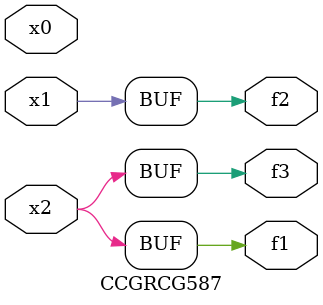
<source format=v>
module CCGRCG587(
	input x0, x1, x2,
	output f1, f2, f3
);
	assign f1 = x2;
	assign f2 = x1;
	assign f3 = x2;
endmodule

</source>
